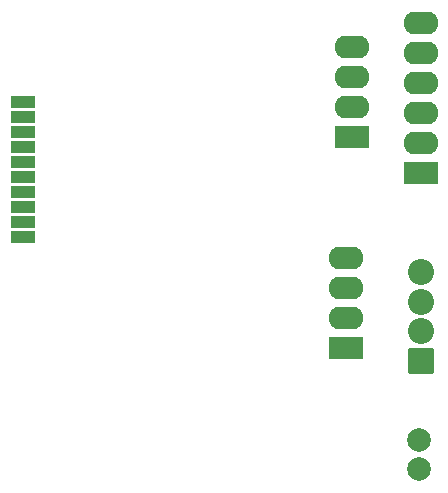
<source format=gbs>
G04 Layer: BottomSolderMaskLayer*
G04 EasyEDA v6.5.23, 2023-05-28 17:35:23*
G04 5b9d0392a9f34ebfbb4243e03fcb58ae,7b9118f9ee4640bfb0881aea6626bb62,10*
G04 Gerber Generator version 0.2*
G04 Scale: 100 percent, Rotated: No, Reflected: No *
G04 Dimensions in millimeters *
G04 leading zeros omitted , absolute positions ,4 integer and 5 decimal *
%FSLAX45Y45*%
%MOMM*%

%AMMACRO1*1,1,$1,$2,$3*1,1,$1,$4,$5*1,1,$1,0-$2,0-$3*1,1,$1,0-$4,0-$5*20,1,$1,$2,$3,$4,$5,0*20,1,$1,$4,$5,0-$2,0-$3,0*20,1,$1,0-$2,0-$3,0-$4,0-$5,0*20,1,$1,0-$4,0-$5,$2,$3,0*4,1,4,$2,$3,$4,$5,0-$2,0-$3,0-$4,0-$5,$2,$3,0*%
%ADD10C,2.0000*%
%ADD11C,2.2032*%
%ADD12MACRO1,0.2032X1X1X1X-1*%
%ADD13MACRO1,0.4X-1.27X0.77X1.27X0.77*%
%ADD14O,2.9399992X1.9400012*%
%ADD15MACRO1,0.1016X-1X0.45X1X0.45*%

%LPD*%
D10*
G01*
X4305300Y4231093D03*
G01*
X4305300Y4481106D03*
D11*
G01*
X4318000Y5899505D03*
G01*
X4318000Y5649493D03*
G01*
X4318000Y5399506D03*
D12*
G01*
X4318000Y5149494D03*
D13*
G01*
X3683000Y5257800D03*
D14*
G01*
X3683000Y5511800D03*
G01*
X3683000Y5765800D03*
G01*
X3683000Y6019800D03*
D13*
G01*
X3733800Y7048500D03*
D14*
G01*
X3733800Y7302500D03*
G01*
X3733800Y7556500D03*
G01*
X3733800Y7810500D03*
D13*
G01*
X4318000Y6743700D03*
D14*
G01*
X4318000Y6997700D03*
G01*
X4318000Y7251700D03*
G01*
X4318000Y7505700D03*
G01*
X4318000Y7759700D03*
G01*
X4318000Y8013700D03*
D15*
G01*
X952500Y7213600D03*
G01*
X952500Y7086600D03*
G01*
X952500Y6959600D03*
G01*
X952500Y6832600D03*
G01*
X952500Y6705600D03*
G01*
X952500Y6578600D03*
G01*
X952500Y6451600D03*
G01*
X952500Y6324600D03*
G01*
X952500Y6197600D03*
G01*
X952500Y7340600D03*
M02*

</source>
